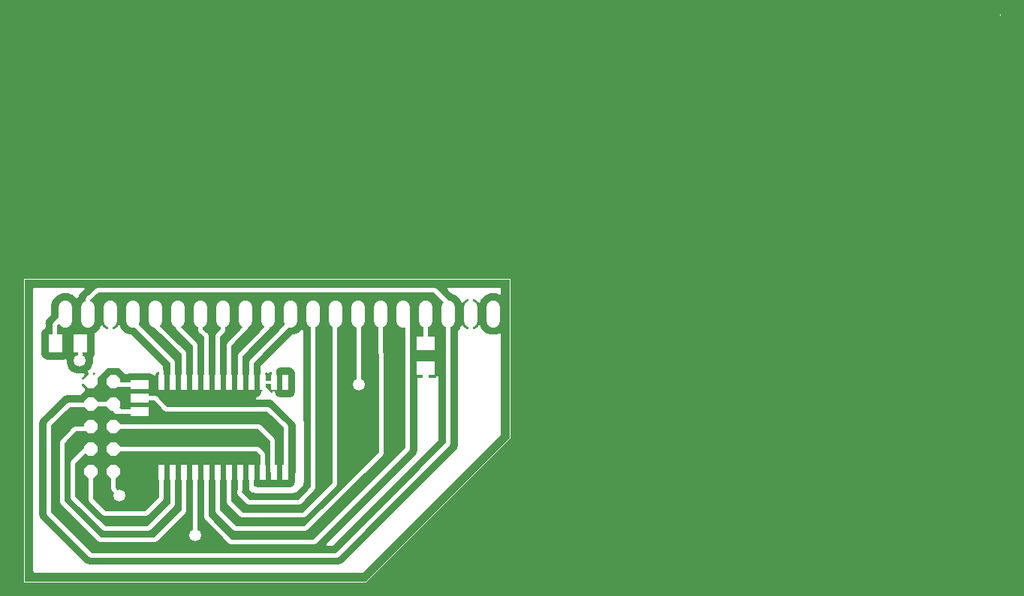
<source format=gbr>
G04 EAGLE Gerber RS-274X export*
G75*
%MOMM*%
%FSLAX34Y34*%
%LPD*%
%INTop Copper*%
%IPNEG*%
%AMOC8*
5,1,8,0,0,1.08239X$1,22.5*%
G01*
%ADD10C,0.000000*%
%ADD11R,1.600000X2.000000*%
%ADD12R,0.700000X1.800000*%
%ADD13C,1.524000*%
%ADD14P,1.649562X8X112.500000*%
%ADD15R,2.000000X1.600000*%
%ADD16R,2.000000X1.000000*%
%ADD17C,0.508000*%
%ADD18C,1.350000*%

G36*
X380286Y10175D02*
X380286Y10175D01*
X380412Y10182D01*
X380459Y10195D01*
X380507Y10201D01*
X380626Y10243D01*
X380747Y10278D01*
X380789Y10302D01*
X380835Y10318D01*
X380941Y10387D01*
X381051Y10448D01*
X381097Y10488D01*
X381127Y10507D01*
X381161Y10542D01*
X381237Y10607D01*
X536893Y166263D01*
X536972Y166362D01*
X537056Y166455D01*
X537080Y166498D01*
X537110Y166536D01*
X537164Y166650D01*
X537225Y166760D01*
X537238Y166807D01*
X537259Y166851D01*
X537285Y166974D01*
X537320Y167096D01*
X537325Y167157D01*
X537332Y167191D01*
X537331Y167239D01*
X537339Y167340D01*
X537339Y279091D01*
X537322Y279240D01*
X537310Y279390D01*
X537302Y279413D01*
X537299Y279437D01*
X537249Y279579D01*
X537203Y279722D01*
X537190Y279743D01*
X537182Y279765D01*
X537100Y279892D01*
X537023Y280021D01*
X537006Y280038D01*
X536993Y280058D01*
X536884Y280163D01*
X536780Y280270D01*
X536760Y280283D01*
X536742Y280300D01*
X536613Y280378D01*
X536487Y280459D01*
X536464Y280467D01*
X536443Y280479D01*
X536300Y280525D01*
X536158Y280575D01*
X536134Y280578D01*
X536111Y280585D01*
X535962Y280597D01*
X535812Y280614D01*
X535788Y280611D01*
X535764Y280613D01*
X535615Y280591D01*
X535466Y280574D01*
X535438Y280565D01*
X535419Y280562D01*
X535375Y280544D01*
X535233Y280498D01*
X531933Y279131D01*
X525667Y279131D01*
X519879Y281529D01*
X515449Y285959D01*
X514322Y288680D01*
X514275Y288764D01*
X514238Y288852D01*
X514191Y288916D01*
X514152Y288985D01*
X514088Y289056D01*
X514032Y289133D01*
X513971Y289184D01*
X513918Y289243D01*
X513840Y289298D01*
X513767Y289360D01*
X513697Y289396D01*
X513632Y289441D01*
X513543Y289476D01*
X513458Y289520D01*
X513381Y289540D01*
X513307Y289569D01*
X513213Y289583D01*
X513120Y289607D01*
X513041Y289608D01*
X512963Y289620D01*
X512867Y289612D01*
X512772Y289614D01*
X512694Y289598D01*
X512615Y289591D01*
X512524Y289562D01*
X512431Y289542D01*
X512359Y289508D01*
X512284Y289484D01*
X512202Y289435D01*
X512115Y289394D01*
X512053Y289345D01*
X511985Y289304D01*
X511916Y289238D01*
X511841Y289178D01*
X511770Y289096D01*
X511735Y289061D01*
X511717Y289034D01*
X511682Y288993D01*
X511150Y288261D01*
X510019Y287130D01*
X508725Y286190D01*
X507300Y285464D01*
X505939Y285021D01*
X505939Y301484D01*
X505936Y301510D01*
X505938Y301536D01*
X505916Y301683D01*
X505899Y301830D01*
X505891Y301855D01*
X505887Y301881D01*
X505832Y302018D01*
X505782Y302158D01*
X505768Y302180D01*
X505758Y302205D01*
X505673Y302326D01*
X505593Y302451D01*
X505574Y302469D01*
X505559Y302491D01*
X505543Y302505D01*
X505625Y302590D01*
X505639Y302613D01*
X505656Y302632D01*
X505728Y302762D01*
X505804Y302889D01*
X505812Y302914D01*
X505825Y302937D01*
X505865Y303080D01*
X505910Y303221D01*
X505912Y303247D01*
X505920Y303272D01*
X505939Y303516D01*
X505939Y319979D01*
X507300Y319536D01*
X508725Y318810D01*
X510019Y317870D01*
X511150Y316739D01*
X511682Y316007D01*
X511747Y315937D01*
X511804Y315860D01*
X511864Y315809D01*
X511918Y315751D01*
X511997Y315697D01*
X512070Y315635D01*
X512140Y315599D01*
X512206Y315554D01*
X512295Y315520D01*
X512380Y315476D01*
X512457Y315457D01*
X512531Y315428D01*
X512625Y315415D01*
X512718Y315392D01*
X512797Y315391D01*
X512876Y315380D01*
X512971Y315388D01*
X513067Y315387D01*
X513144Y315404D01*
X513223Y315411D01*
X513314Y315441D01*
X513407Y315461D01*
X513479Y315495D01*
X513554Y315520D01*
X513636Y315570D01*
X513722Y315611D01*
X513784Y315660D01*
X513851Y315702D01*
X513920Y315769D01*
X513994Y315828D01*
X514043Y315891D01*
X514100Y315946D01*
X514151Y316027D01*
X514210Y316102D01*
X514260Y316199D01*
X514286Y316241D01*
X514297Y316271D01*
X514322Y316320D01*
X515449Y319041D01*
X519879Y323471D01*
X525667Y325869D01*
X531933Y325869D01*
X535233Y324502D01*
X535378Y324460D01*
X535521Y324415D01*
X535545Y324413D01*
X535568Y324406D01*
X535719Y324399D01*
X535868Y324387D01*
X535892Y324390D01*
X535916Y324389D01*
X536064Y324416D01*
X536213Y324438D01*
X536235Y324447D01*
X536259Y324452D01*
X536397Y324512D01*
X536537Y324567D01*
X536557Y324581D01*
X536579Y324590D01*
X536700Y324680D01*
X536823Y324766D01*
X536839Y324784D01*
X536859Y324798D01*
X536956Y324913D01*
X537056Y325025D01*
X537068Y325046D01*
X537084Y325064D01*
X537152Y325198D01*
X537225Y325330D01*
X537231Y325353D01*
X537242Y325375D01*
X537279Y325520D01*
X537320Y325665D01*
X537322Y325694D01*
X537327Y325713D01*
X537327Y325760D01*
X537339Y325909D01*
X537339Y330816D01*
X537336Y330842D01*
X537338Y330868D01*
X537316Y331015D01*
X537299Y331162D01*
X537291Y331187D01*
X537287Y331213D01*
X537232Y331351D01*
X537182Y331490D01*
X537168Y331512D01*
X537158Y331537D01*
X537073Y331658D01*
X536993Y331783D01*
X536974Y331801D01*
X536959Y331823D01*
X536849Y331922D01*
X536742Y332025D01*
X536720Y332039D01*
X536700Y332056D01*
X536570Y332128D01*
X536443Y332204D01*
X536418Y332212D01*
X536395Y332225D01*
X536252Y332265D01*
X536111Y332310D01*
X536085Y332312D01*
X536060Y332320D01*
X535816Y332339D01*
X478726Y332339D01*
X478626Y332328D01*
X478526Y332326D01*
X478454Y332308D01*
X478380Y332299D01*
X478285Y332266D01*
X478188Y332241D01*
X478122Y332207D01*
X478052Y332182D01*
X477967Y332127D01*
X477878Y332081D01*
X477821Y332033D01*
X477759Y331993D01*
X477689Y331921D01*
X477613Y331856D01*
X477568Y331796D01*
X477517Y331742D01*
X477465Y331656D01*
X477405Y331575D01*
X477376Y331507D01*
X477338Y331443D01*
X477307Y331347D01*
X477267Y331255D01*
X477254Y331182D01*
X477232Y331111D01*
X477224Y331011D01*
X477206Y330912D01*
X477210Y330838D01*
X477204Y330764D01*
X477219Y330664D01*
X477224Y330564D01*
X477244Y330493D01*
X477255Y330419D01*
X477292Y330326D01*
X477320Y330229D01*
X477357Y330164D01*
X477384Y330095D01*
X477441Y330013D01*
X477490Y329925D01*
X477556Y329849D01*
X477583Y329809D01*
X477609Y329785D01*
X477649Y329739D01*
X481578Y325810D01*
X481580Y325808D01*
X481581Y325807D01*
X481718Y325699D01*
X481851Y325593D01*
X481853Y325592D01*
X481855Y325591D01*
X482072Y325479D01*
X486921Y323471D01*
X491351Y319041D01*
X492478Y316320D01*
X492525Y316236D01*
X492562Y316148D01*
X492609Y316084D01*
X492648Y316015D01*
X492712Y315944D01*
X492768Y315867D01*
X492829Y315816D01*
X492882Y315757D01*
X492960Y315702D01*
X493033Y315640D01*
X493103Y315604D01*
X493168Y315559D01*
X493257Y315524D01*
X493342Y315479D01*
X493419Y315460D01*
X493493Y315431D01*
X493587Y315417D01*
X493680Y315393D01*
X493759Y315392D01*
X493837Y315380D01*
X493933Y315388D01*
X494028Y315386D01*
X494106Y315402D01*
X494185Y315409D01*
X494276Y315438D01*
X494369Y315458D01*
X494441Y315492D01*
X494516Y315516D01*
X494598Y315565D01*
X494685Y315606D01*
X494747Y315655D01*
X494815Y315696D01*
X494884Y315762D01*
X494959Y315822D01*
X495030Y315904D01*
X495065Y315939D01*
X495083Y315966D01*
X495118Y316007D01*
X495650Y316739D01*
X496781Y317870D01*
X498075Y318810D01*
X499500Y319536D01*
X500861Y319979D01*
X500861Y303516D01*
X500864Y303490D01*
X500862Y303464D01*
X500884Y303317D01*
X500901Y303170D01*
X500909Y303145D01*
X500913Y303119D01*
X500968Y302982D01*
X501018Y302842D01*
X501032Y302820D01*
X501042Y302795D01*
X501127Y302674D01*
X501207Y302549D01*
X501226Y302531D01*
X501241Y302509D01*
X501257Y302495D01*
X501175Y302410D01*
X501161Y302387D01*
X501144Y302368D01*
X501072Y302238D01*
X500996Y302111D01*
X500988Y302086D01*
X500975Y302063D01*
X500935Y301920D01*
X500890Y301779D01*
X500887Y301753D01*
X500880Y301728D01*
X500861Y301484D01*
X500861Y285021D01*
X499500Y285464D01*
X498075Y286190D01*
X496781Y287130D01*
X495650Y288261D01*
X495118Y288993D01*
X495053Y289063D01*
X494996Y289140D01*
X494936Y289191D01*
X494882Y289249D01*
X494803Y289303D01*
X494730Y289365D01*
X494660Y289401D01*
X494594Y289446D01*
X494505Y289480D01*
X494420Y289524D01*
X494343Y289543D01*
X494269Y289572D01*
X494175Y289585D01*
X494082Y289608D01*
X494003Y289609D01*
X493924Y289620D01*
X493829Y289612D01*
X493733Y289613D01*
X493656Y289596D01*
X493577Y289589D01*
X493486Y289559D01*
X493393Y289539D01*
X493321Y289505D01*
X493246Y289480D01*
X493164Y289430D01*
X493078Y289389D01*
X493016Y289340D01*
X492949Y289298D01*
X492880Y289231D01*
X492806Y289172D01*
X492757Y289110D01*
X492700Y289054D01*
X492649Y288973D01*
X492590Y288898D01*
X492540Y288801D01*
X492514Y288760D01*
X492503Y288729D01*
X492478Y288680D01*
X491351Y285959D01*
X489115Y283723D01*
X489036Y283624D01*
X488952Y283530D01*
X488928Y283488D01*
X488898Y283450D01*
X488844Y283336D01*
X488783Y283225D01*
X488770Y283178D01*
X488749Y283135D01*
X488723Y283011D01*
X488688Y282889D01*
X488683Y282829D01*
X488676Y282794D01*
X488677Y282746D01*
X488669Y282646D01*
X488669Y153378D01*
X487044Y149457D01*
X358543Y20956D01*
X354622Y19331D01*
X72878Y19331D01*
X68957Y20956D01*
X18456Y71457D01*
X16831Y75378D01*
X16831Y179622D01*
X18456Y183543D01*
X43957Y209044D01*
X47878Y210669D01*
X62166Y210669D01*
X62291Y210683D01*
X62417Y210690D01*
X62464Y210703D01*
X62512Y210709D01*
X62631Y210751D01*
X62752Y210786D01*
X62794Y210810D01*
X62840Y210826D01*
X62946Y210895D01*
X63057Y210956D01*
X63103Y210996D01*
X63133Y211015D01*
X63166Y211050D01*
X63243Y211115D01*
X68102Y215974D01*
X68118Y215995D01*
X68138Y216012D01*
X68227Y216131D01*
X68319Y216247D01*
X68330Y216271D01*
X68346Y216292D01*
X68404Y216428D01*
X68468Y216562D01*
X68473Y216588D01*
X68484Y216612D01*
X68510Y216758D01*
X68541Y216903D01*
X68541Y216929D01*
X68545Y216955D01*
X68538Y217104D01*
X68535Y217251D01*
X68529Y217277D01*
X68527Y217303D01*
X68486Y217445D01*
X68450Y217589D01*
X68438Y217613D01*
X68431Y217638D01*
X68358Y217767D01*
X68290Y217899D01*
X68273Y217919D01*
X68261Y217942D01*
X68102Y218128D01*
X64639Y221591D01*
X64639Y223261D01*
X73784Y223261D01*
X73810Y223264D01*
X73836Y223262D01*
X73983Y223284D01*
X74130Y223301D01*
X74155Y223309D01*
X74181Y223313D01*
X74318Y223368D01*
X74458Y223418D01*
X74480Y223432D01*
X74505Y223442D01*
X74626Y223527D01*
X74751Y223607D01*
X74769Y223626D01*
X74791Y223641D01*
X74890Y223751D01*
X74993Y223858D01*
X75007Y223880D01*
X75024Y223900D01*
X75096Y224030D01*
X75172Y224157D01*
X75180Y224182D01*
X75193Y224205D01*
X75233Y224348D01*
X75278Y224489D01*
X75280Y224515D01*
X75287Y224540D01*
X75307Y224784D01*
X75307Y225293D01*
X75816Y225293D01*
X75842Y225296D01*
X75868Y225294D01*
X76015Y225316D01*
X76162Y225333D01*
X76187Y225342D01*
X76213Y225346D01*
X76351Y225400D01*
X76490Y225450D01*
X76512Y225465D01*
X76537Y225474D01*
X76658Y225559D01*
X76783Y225639D01*
X76801Y225658D01*
X76823Y225673D01*
X76922Y225783D01*
X77025Y225890D01*
X77039Y225913D01*
X77056Y225932D01*
X77128Y226062D01*
X77204Y226189D01*
X77212Y226214D01*
X77225Y226237D01*
X77265Y226380D01*
X77310Y226521D01*
X77312Y226547D01*
X77320Y226572D01*
X77339Y226816D01*
X77339Y235961D01*
X79009Y235961D01*
X82472Y232498D01*
X82492Y232482D01*
X82509Y232462D01*
X82629Y232373D01*
X82745Y232281D01*
X82768Y232270D01*
X82789Y232254D01*
X82926Y232196D01*
X83060Y232132D01*
X83085Y232127D01*
X83109Y232116D01*
X83256Y232090D01*
X83400Y232059D01*
X83427Y232059D01*
X83452Y232055D01*
X83601Y232062D01*
X83749Y232065D01*
X83774Y232071D01*
X83801Y232073D01*
X83943Y232114D01*
X84087Y232150D01*
X84110Y232162D01*
X84135Y232169D01*
X84265Y232242D01*
X84397Y232310D01*
X84417Y232327D01*
X84440Y232339D01*
X84626Y232498D01*
X93677Y241549D01*
X106723Y241549D01*
X113605Y234667D01*
X113665Y234620D01*
X113718Y234565D01*
X113801Y234512D01*
X113878Y234451D01*
X113947Y234418D01*
X114011Y234377D01*
X114104Y234344D01*
X114193Y234302D01*
X114268Y234286D01*
X114340Y234260D01*
X114438Y234249D01*
X114534Y234228D01*
X114610Y234230D01*
X114686Y234221D01*
X114784Y234233D01*
X114882Y234234D01*
X114956Y234253D01*
X115032Y234262D01*
X115174Y234308D01*
X115220Y234319D01*
X115237Y234328D01*
X115265Y234337D01*
X118383Y235629D01*
X141617Y235629D01*
X144605Y234391D01*
X145559Y233437D01*
X145638Y233374D01*
X145710Y233305D01*
X145774Y233266D01*
X145832Y233220D01*
X145923Y233177D01*
X146009Y233126D01*
X146080Y233103D01*
X146147Y233071D01*
X146245Y233050D01*
X146341Y233020D01*
X146415Y233014D01*
X146488Y232998D01*
X146588Y233000D01*
X146688Y232992D01*
X146762Y233003D01*
X146836Y233004D01*
X146933Y233028D01*
X147033Y233043D01*
X147102Y233071D01*
X147174Y233089D01*
X147263Y233135D01*
X147357Y233172D01*
X147418Y233214D01*
X147484Y233249D01*
X147560Y233314D01*
X147643Y233371D01*
X147693Y233426D01*
X147749Y233474D01*
X147809Y233555D01*
X147876Y233630D01*
X147912Y233695D01*
X147957Y233755D01*
X147996Y233847D01*
X148045Y233935D01*
X148065Y234006D01*
X148095Y234075D01*
X148112Y234173D01*
X148140Y234270D01*
X148148Y234370D01*
X148156Y234418D01*
X148154Y234453D01*
X148159Y234514D01*
X148159Y234635D01*
X148332Y235281D01*
X148667Y235860D01*
X149140Y236333D01*
X149719Y236668D01*
X150365Y236841D01*
X152451Y236841D01*
X152451Y236765D01*
X152456Y236715D01*
X152454Y236665D01*
X152476Y236543D01*
X152491Y236419D01*
X152508Y236372D01*
X152517Y236322D01*
X152566Y236208D01*
X152608Y236091D01*
X152635Y236049D01*
X152655Y236003D01*
X152730Y235903D01*
X152797Y235798D01*
X152833Y235763D01*
X152863Y235723D01*
X152958Y235643D01*
X153048Y235556D01*
X153091Y235530D01*
X153129Y235498D01*
X153240Y235441D01*
X153347Y235377D01*
X153395Y235362D01*
X153440Y235339D01*
X153560Y235309D01*
X153679Y235271D01*
X153729Y235267D01*
X153778Y235255D01*
X153902Y235253D01*
X154026Y235243D01*
X154076Y235250D01*
X154126Y235250D01*
X154248Y235276D01*
X154371Y235295D01*
X154418Y235313D01*
X154467Y235324D01*
X154579Y235377D01*
X154695Y235423D01*
X154736Y235452D01*
X154782Y235474D01*
X154879Y235551D01*
X154981Y235622D01*
X155015Y235660D01*
X155054Y235691D01*
X155131Y235789D01*
X155214Y235881D01*
X155239Y235925D01*
X155270Y235965D01*
X155381Y236182D01*
X155833Y237274D01*
X155834Y237276D01*
X155835Y237278D01*
X155881Y237442D01*
X155907Y237531D01*
X155932Y237563D01*
X156000Y237696D01*
X156024Y237737D01*
X156030Y237755D01*
X156043Y237781D01*
X156115Y237954D01*
X156116Y237956D01*
X156117Y237958D01*
X156162Y238118D01*
X156211Y238290D01*
X156211Y238292D01*
X156212Y238294D01*
X156231Y238538D01*
X156231Y243050D01*
X156217Y243176D01*
X156210Y243302D01*
X156197Y243348D01*
X156191Y243396D01*
X156149Y243515D01*
X156114Y243637D01*
X156090Y243679D01*
X156074Y243724D01*
X156005Y243830D01*
X155944Y243941D01*
X155904Y243987D01*
X155885Y244017D01*
X155850Y244051D01*
X155785Y244127D01*
X121227Y278685D01*
X121128Y278764D01*
X121034Y278848D01*
X120992Y278872D01*
X120954Y278902D01*
X120840Y278956D01*
X120729Y279017D01*
X120683Y279030D01*
X120639Y279051D01*
X120516Y279077D01*
X120394Y279112D01*
X120333Y279117D01*
X120298Y279124D01*
X120250Y279123D01*
X120150Y279131D01*
X119267Y279131D01*
X113479Y281529D01*
X109049Y285959D01*
X107922Y288680D01*
X107875Y288764D01*
X107838Y288852D01*
X107791Y288916D01*
X107752Y288985D01*
X107688Y289056D01*
X107632Y289133D01*
X107571Y289184D01*
X107518Y289243D01*
X107440Y289298D01*
X107367Y289360D01*
X107297Y289396D01*
X107232Y289441D01*
X107143Y289476D01*
X107058Y289521D01*
X106981Y289540D01*
X106907Y289569D01*
X106813Y289583D01*
X106720Y289607D01*
X106641Y289608D01*
X106563Y289620D01*
X106467Y289612D01*
X106372Y289614D01*
X106294Y289598D01*
X106215Y289591D01*
X106124Y289562D01*
X106031Y289542D01*
X105959Y289508D01*
X105884Y289484D01*
X105802Y289435D01*
X105715Y289394D01*
X105653Y289345D01*
X105585Y289304D01*
X105516Y289238D01*
X105441Y289178D01*
X105370Y289096D01*
X105335Y289061D01*
X105317Y289034D01*
X105282Y288993D01*
X104750Y288261D01*
X103619Y287130D01*
X102325Y286190D01*
X100900Y285464D01*
X99539Y285021D01*
X99539Y301484D01*
X99536Y301510D01*
X99538Y301536D01*
X99516Y301683D01*
X99499Y301830D01*
X99491Y301855D01*
X99487Y301881D01*
X99432Y302018D01*
X99382Y302158D01*
X99368Y302180D01*
X99358Y302205D01*
X99273Y302326D01*
X99193Y302451D01*
X99174Y302469D01*
X99159Y302491D01*
X99049Y302590D01*
X98942Y302693D01*
X98920Y302707D01*
X98900Y302724D01*
X98770Y302796D01*
X98643Y302872D01*
X98618Y302880D01*
X98595Y302893D01*
X98452Y302933D01*
X98311Y302978D01*
X98285Y302980D01*
X98260Y302987D01*
X98016Y303007D01*
X95984Y303007D01*
X95958Y303004D01*
X95932Y303006D01*
X95785Y302984D01*
X95638Y302967D01*
X95613Y302958D01*
X95587Y302954D01*
X95449Y302900D01*
X95310Y302850D01*
X95288Y302835D01*
X95263Y302826D01*
X95142Y302741D01*
X95017Y302661D01*
X94999Y302642D01*
X94977Y302627D01*
X94878Y302517D01*
X94775Y302410D01*
X94761Y302387D01*
X94744Y302368D01*
X94672Y302238D01*
X94596Y302111D01*
X94588Y302086D01*
X94575Y302063D01*
X94535Y301920D01*
X94490Y301779D01*
X94487Y301753D01*
X94480Y301728D01*
X94461Y301484D01*
X94461Y285021D01*
X93100Y285464D01*
X91675Y286190D01*
X90381Y287130D01*
X89250Y288261D01*
X88718Y288993D01*
X88653Y289063D01*
X88596Y289140D01*
X88536Y289191D01*
X88482Y289249D01*
X88403Y289303D01*
X88330Y289365D01*
X88260Y289401D01*
X88194Y289446D01*
X88105Y289480D01*
X88020Y289524D01*
X87943Y289543D01*
X87869Y289572D01*
X87775Y289585D01*
X87682Y289608D01*
X87603Y289609D01*
X87524Y289620D01*
X87429Y289612D01*
X87333Y289613D01*
X87256Y289596D01*
X87177Y289589D01*
X87086Y289559D01*
X86993Y289539D01*
X86921Y289505D01*
X86846Y289480D01*
X86764Y289430D01*
X86678Y289389D01*
X86616Y289340D01*
X86549Y289298D01*
X86480Y289231D01*
X86406Y289172D01*
X86357Y289109D01*
X86300Y289054D01*
X86249Y288973D01*
X86190Y288898D01*
X86140Y288801D01*
X86114Y288759D01*
X86103Y288729D01*
X86078Y288680D01*
X84951Y285959D01*
X80521Y281529D01*
X80169Y281383D01*
X80102Y281346D01*
X80031Y281318D01*
X79951Y281262D01*
X79864Y281214D01*
X79808Y281162D01*
X79745Y281119D01*
X79679Y281046D01*
X79606Y280980D01*
X79563Y280917D01*
X79512Y280860D01*
X79464Y280774D01*
X79408Y280693D01*
X79380Y280622D01*
X79343Y280555D01*
X79316Y280460D01*
X79280Y280369D01*
X79269Y280293D01*
X79248Y280220D01*
X79236Y280071D01*
X79229Y280024D01*
X79231Y280005D01*
X79229Y279976D01*
X79229Y257283D01*
X77991Y254295D01*
X77825Y254129D01*
X77746Y254030D01*
X77662Y253936D01*
X77638Y253894D01*
X77608Y253856D01*
X77554Y253742D01*
X77493Y253631D01*
X77480Y253585D01*
X77459Y253541D01*
X77433Y253418D01*
X77398Y253296D01*
X77393Y253235D01*
X77386Y253200D01*
X77387Y253152D01*
X77379Y253052D01*
X77379Y247040D01*
X75114Y241572D01*
X72103Y238561D01*
X72040Y238482D01*
X71971Y238410D01*
X71932Y238346D01*
X71886Y238288D01*
X71843Y238197D01*
X71792Y238111D01*
X71769Y238040D01*
X71737Y237973D01*
X71716Y237875D01*
X71685Y237779D01*
X71680Y237705D01*
X71664Y237632D01*
X71666Y237532D01*
X71658Y237432D01*
X71669Y237358D01*
X71670Y237284D01*
X71694Y237187D01*
X71709Y237087D01*
X71737Y237018D01*
X71755Y236946D01*
X71801Y236857D01*
X71838Y236763D01*
X71880Y236702D01*
X71914Y236636D01*
X71980Y236560D01*
X72037Y236477D01*
X72092Y236427D01*
X72140Y236371D01*
X72221Y236311D01*
X72261Y236275D01*
X72261Y228339D01*
X64639Y228339D01*
X64639Y230009D01*
X67372Y232741D01*
X67403Y232781D01*
X67441Y232815D01*
X67511Y232917D01*
X67589Y233014D01*
X67610Y233060D01*
X67639Y233101D01*
X67684Y233217D01*
X67738Y233330D01*
X67748Y233379D01*
X67767Y233426D01*
X67785Y233549D01*
X67811Y233670D01*
X67810Y233720D01*
X67817Y233770D01*
X67807Y233895D01*
X67805Y234019D01*
X67793Y234067D01*
X67788Y234118D01*
X67750Y234236D01*
X67720Y234357D01*
X67697Y234401D01*
X67681Y234449D01*
X67617Y234556D01*
X67560Y234666D01*
X67528Y234705D01*
X67502Y234748D01*
X67415Y234837D01*
X67334Y234932D01*
X67294Y234962D01*
X67259Y234998D01*
X67154Y235065D01*
X67054Y235139D01*
X67008Y235159D01*
X66966Y235186D01*
X66848Y235228D01*
X66734Y235277D01*
X66685Y235286D01*
X66637Y235303D01*
X66514Y235317D01*
X66391Y235339D01*
X66341Y235336D01*
X66291Y235342D01*
X66167Y235327D01*
X66043Y235321D01*
X65995Y235307D01*
X65945Y235301D01*
X65712Y235226D01*
X65708Y235224D01*
X65460Y235121D01*
X59540Y235121D01*
X54072Y237386D01*
X49886Y241572D01*
X47621Y247040D01*
X47621Y249695D01*
X47604Y249844D01*
X47592Y249994D01*
X47584Y250017D01*
X47581Y250041D01*
X47531Y250183D01*
X47484Y250325D01*
X47472Y250346D01*
X47464Y250369D01*
X47382Y250495D01*
X47305Y250624D01*
X47288Y250641D01*
X47275Y250662D01*
X47167Y250766D01*
X47062Y250874D01*
X47042Y250887D01*
X47024Y250904D01*
X46895Y250981D01*
X46769Y251062D01*
X46746Y251070D01*
X46725Y251083D01*
X46582Y251129D01*
X46440Y251179D01*
X46416Y251182D01*
X46393Y251189D01*
X46244Y251201D01*
X46094Y251218D01*
X46070Y251215D01*
X46046Y251217D01*
X45897Y251195D01*
X45748Y251177D01*
X45720Y251168D01*
X45701Y251165D01*
X45657Y251148D01*
X45515Y251102D01*
X44717Y250771D01*
X25483Y250771D01*
X22495Y252009D01*
X20209Y254295D01*
X18971Y257283D01*
X18971Y280517D01*
X20209Y283505D01*
X22495Y285791D01*
X22914Y285964D01*
X23001Y286013D01*
X23093Y286053D01*
X23153Y286097D01*
X23218Y286134D01*
X23292Y286201D01*
X23373Y286260D01*
X23421Y286318D01*
X23477Y286368D01*
X23533Y286450D01*
X23598Y286526D01*
X23632Y286593D01*
X23675Y286655D01*
X23711Y286748D01*
X23757Y286836D01*
X23775Y286909D01*
X23803Y286979D01*
X23816Y287070D01*
X23825Y287097D01*
X23826Y287113D01*
X23841Y287175D01*
X23846Y287276D01*
X23853Y287324D01*
X23850Y287359D01*
X23853Y287419D01*
X23830Y288167D01*
X23808Y288318D01*
X23790Y288470D01*
X23782Y288494D01*
X23780Y288511D01*
X23763Y288554D01*
X23756Y288575D01*
X23756Y290536D01*
X23754Y290555D01*
X23756Y290583D01*
X23694Y292561D01*
X23695Y292564D01*
X23737Y292711D01*
X23739Y292737D01*
X23743Y292754D01*
X23744Y292799D01*
X23746Y292821D01*
X24496Y294633D01*
X24501Y294651D01*
X24513Y294677D01*
X25214Y296528D01*
X25215Y296530D01*
X25310Y296650D01*
X25322Y296673D01*
X25332Y296687D01*
X25350Y296728D01*
X25361Y296749D01*
X26748Y298136D01*
X26759Y298150D01*
X26781Y298169D01*
X28136Y299611D01*
X28138Y299613D01*
X28272Y299687D01*
X28291Y299704D01*
X28306Y299713D01*
X28339Y299744D01*
X28458Y299846D01*
X30005Y301393D01*
X30084Y301492D01*
X30168Y301586D01*
X30192Y301628D01*
X30222Y301666D01*
X30276Y301780D01*
X30337Y301891D01*
X30350Y301937D01*
X30371Y301981D01*
X30397Y302105D01*
X30432Y302226D01*
X30437Y302287D01*
X30444Y302322D01*
X30443Y302370D01*
X30451Y302470D01*
X30451Y313253D01*
X32849Y319041D01*
X37279Y323471D01*
X43067Y325869D01*
X49333Y325869D01*
X55121Y323471D01*
X57823Y320769D01*
X57843Y320753D01*
X57860Y320733D01*
X57980Y320645D01*
X58096Y320553D01*
X58120Y320541D01*
X58141Y320526D01*
X58277Y320467D01*
X58411Y320404D01*
X58437Y320398D01*
X58461Y320388D01*
X58607Y320361D01*
X58752Y320330D01*
X58778Y320331D01*
X58804Y320326D01*
X58952Y320334D01*
X59100Y320336D01*
X59126Y320343D01*
X59152Y320344D01*
X59294Y320385D01*
X59438Y320421D01*
X59461Y320433D01*
X59487Y320441D01*
X59616Y320513D01*
X59748Y320581D01*
X59768Y320598D01*
X59791Y320611D01*
X59977Y320769D01*
X61213Y322005D01*
X61214Y322007D01*
X61216Y322008D01*
X61322Y322143D01*
X61429Y322278D01*
X61430Y322280D01*
X61432Y322281D01*
X61543Y322499D01*
X62556Y324943D01*
X67351Y329739D01*
X67413Y329817D01*
X67483Y329890D01*
X67522Y329954D01*
X67568Y330012D01*
X67611Y330103D01*
X67662Y330189D01*
X67685Y330260D01*
X67717Y330327D01*
X67738Y330425D01*
X67768Y330521D01*
X67774Y330595D01*
X67790Y330668D01*
X67788Y330768D01*
X67796Y330868D01*
X67785Y330942D01*
X67784Y331016D01*
X67760Y331113D01*
X67745Y331213D01*
X67717Y331282D01*
X67699Y331354D01*
X67653Y331444D01*
X67616Y331537D01*
X67574Y331598D01*
X67539Y331664D01*
X67474Y331741D01*
X67417Y331823D01*
X67362Y331873D01*
X67314Y331929D01*
X67233Y331989D01*
X67158Y332056D01*
X67093Y332092D01*
X67033Y332137D01*
X66941Y332176D01*
X66853Y332225D01*
X66782Y332245D01*
X66713Y332275D01*
X66614Y332292D01*
X66518Y332320D01*
X66418Y332328D01*
X66370Y332336D01*
X66335Y332334D01*
X66274Y332339D01*
X11684Y332339D01*
X11658Y332336D01*
X11632Y332338D01*
X11485Y332316D01*
X11338Y332299D01*
X11313Y332291D01*
X11287Y332287D01*
X11149Y332232D01*
X11010Y332182D01*
X10988Y332168D01*
X10963Y332158D01*
X10842Y332073D01*
X10717Y331993D01*
X10699Y331974D01*
X10677Y331959D01*
X10578Y331849D01*
X10475Y331742D01*
X10461Y331720D01*
X10444Y331700D01*
X10372Y331570D01*
X10296Y331443D01*
X10288Y331418D01*
X10275Y331395D01*
X10235Y331252D01*
X10190Y331111D01*
X10188Y331085D01*
X10180Y331060D01*
X10161Y330816D01*
X10161Y11684D01*
X10164Y11658D01*
X10162Y11632D01*
X10184Y11485D01*
X10201Y11338D01*
X10209Y11313D01*
X10213Y11287D01*
X10268Y11149D01*
X10318Y11010D01*
X10332Y10988D01*
X10342Y10963D01*
X10427Y10842D01*
X10507Y10717D01*
X10526Y10699D01*
X10541Y10677D01*
X10651Y10578D01*
X10758Y10475D01*
X10780Y10461D01*
X10800Y10444D01*
X10930Y10372D01*
X11057Y10296D01*
X11082Y10288D01*
X11105Y10275D01*
X11248Y10235D01*
X11389Y10190D01*
X11415Y10188D01*
X11440Y10180D01*
X11684Y10161D01*
X380160Y10161D01*
X380286Y10175D01*
G37*
G36*
X305076Y100683D02*
X305076Y100683D01*
X305202Y100690D01*
X305248Y100703D01*
X305296Y100709D01*
X305415Y100751D01*
X305537Y100786D01*
X305579Y100810D01*
X305624Y100826D01*
X305730Y100895D01*
X305841Y100956D01*
X305887Y100996D01*
X305917Y101015D01*
X305951Y101050D01*
X306027Y101115D01*
X314485Y109573D01*
X314564Y109672D01*
X314648Y109766D01*
X314672Y109808D01*
X314702Y109846D01*
X314756Y109960D01*
X314817Y110071D01*
X314830Y110117D01*
X314851Y110161D01*
X314877Y110284D01*
X314912Y110406D01*
X314917Y110467D01*
X314924Y110502D01*
X314923Y110550D01*
X314931Y110650D01*
X314931Y282646D01*
X314917Y282771D01*
X314910Y282897D01*
X314897Y282944D01*
X314891Y282992D01*
X314849Y283111D01*
X314814Y283232D01*
X314790Y283274D01*
X314774Y283320D01*
X314705Y283426D01*
X314644Y283536D01*
X314604Y283583D01*
X314585Y283613D01*
X314550Y283646D01*
X314485Y283723D01*
X313977Y284231D01*
X313957Y284247D01*
X313940Y284267D01*
X313820Y284356D01*
X313704Y284447D01*
X313680Y284459D01*
X313659Y284474D01*
X313523Y284533D01*
X313389Y284596D01*
X313363Y284602D01*
X313339Y284612D01*
X313193Y284639D01*
X313048Y284670D01*
X313022Y284669D01*
X312996Y284674D01*
X312848Y284666D01*
X312700Y284664D01*
X312674Y284657D01*
X312648Y284656D01*
X312506Y284615D01*
X312362Y284579D01*
X312339Y284567D01*
X312313Y284559D01*
X312184Y284487D01*
X312052Y284419D01*
X312032Y284402D01*
X312009Y284389D01*
X311823Y284231D01*
X309121Y281529D01*
X303333Y279131D01*
X302350Y279131D01*
X302224Y279117D01*
X302098Y279110D01*
X302052Y279097D01*
X302004Y279091D01*
X301885Y279049D01*
X301763Y279014D01*
X301721Y278990D01*
X301676Y278974D01*
X301570Y278905D01*
X301459Y278844D01*
X301413Y278804D01*
X301383Y278785D01*
X301349Y278750D01*
X301273Y278685D01*
X266915Y244327D01*
X266836Y244228D01*
X266752Y244134D01*
X266728Y244092D01*
X266698Y244054D01*
X266644Y243940D01*
X266583Y243829D01*
X266570Y243783D01*
X266549Y243739D01*
X266523Y243616D01*
X266488Y243494D01*
X266483Y243433D01*
X266476Y243398D01*
X266477Y243350D01*
X266469Y243250D01*
X266469Y238538D01*
X266469Y238536D01*
X266469Y238533D01*
X266490Y238353D01*
X266509Y238191D01*
X266509Y238189D01*
X266510Y238187D01*
X266585Y237955D01*
X266657Y237781D01*
X266694Y237714D01*
X266722Y237643D01*
X266778Y237563D01*
X266786Y237548D01*
X266791Y237511D01*
X266791Y237509D01*
X266791Y237507D01*
X266867Y237274D01*
X267319Y236182D01*
X267343Y236138D01*
X267360Y236091D01*
X267428Y235987D01*
X267488Y235878D01*
X267522Y235841D01*
X267549Y235798D01*
X267639Y235712D01*
X267722Y235620D01*
X267764Y235591D01*
X267800Y235556D01*
X267907Y235492D01*
X268009Y235422D01*
X268056Y235403D01*
X268099Y235377D01*
X268217Y235339D01*
X268333Y235294D01*
X268383Y235286D01*
X268431Y235271D01*
X268555Y235261D01*
X268678Y235243D01*
X268728Y235247D01*
X268778Y235243D01*
X268901Y235261D01*
X269025Y235272D01*
X269073Y235287D01*
X269123Y235295D01*
X269238Y235341D01*
X269357Y235379D01*
X269400Y235405D01*
X269447Y235423D01*
X269549Y235494D01*
X269655Y235559D01*
X269692Y235594D01*
X269733Y235622D01*
X269816Y235715D01*
X269905Y235801D01*
X269933Y235844D01*
X269966Y235881D01*
X270026Y235990D01*
X270094Y236095D01*
X270111Y236142D01*
X270135Y236186D01*
X270169Y236306D01*
X270210Y236423D01*
X270216Y236473D01*
X270230Y236522D01*
X270249Y236765D01*
X270249Y236841D01*
X272335Y236841D01*
X272981Y236668D01*
X273560Y236333D01*
X273773Y236120D01*
X273793Y236104D01*
X273811Y236084D01*
X273930Y235996D01*
X274046Y235904D01*
X274070Y235892D01*
X274091Y235877D01*
X274227Y235818D01*
X274361Y235755D01*
X274387Y235749D01*
X274411Y235739D01*
X274557Y235712D01*
X274702Y235681D01*
X274728Y235682D01*
X274754Y235677D01*
X274902Y235685D01*
X275050Y235687D01*
X275076Y235694D01*
X275102Y235695D01*
X275244Y235736D01*
X275388Y235772D01*
X275412Y235784D01*
X275437Y235792D01*
X275566Y235864D01*
X275698Y235932D01*
X275718Y235949D01*
X275741Y235962D01*
X275927Y236120D01*
X276140Y236333D01*
X276719Y236668D01*
X277365Y236841D01*
X279451Y236841D01*
X279451Y236765D01*
X279456Y236715D01*
X279454Y236665D01*
X279476Y236543D01*
X279491Y236419D01*
X279508Y236372D01*
X279517Y236322D01*
X279566Y236208D01*
X279608Y236091D01*
X279635Y236049D01*
X279655Y236002D01*
X279730Y235903D01*
X279797Y235798D01*
X279833Y235763D01*
X279863Y235723D01*
X279958Y235642D01*
X280048Y235556D01*
X280091Y235530D01*
X280129Y235498D01*
X280240Y235441D01*
X280347Y235377D01*
X280395Y235362D01*
X280440Y235339D01*
X280560Y235309D01*
X280679Y235271D01*
X280729Y235267D01*
X280778Y235255D01*
X280902Y235253D01*
X281026Y235243D01*
X281076Y235250D01*
X281126Y235250D01*
X281248Y235276D01*
X281371Y235295D01*
X281418Y235313D01*
X281467Y235324D01*
X281579Y235377D01*
X281695Y235423D01*
X281736Y235452D01*
X281782Y235474D01*
X281879Y235551D01*
X281981Y235622D01*
X282014Y235660D01*
X282054Y235691D01*
X282131Y235789D01*
X282214Y235881D01*
X282239Y235925D01*
X282270Y235965D01*
X282381Y236182D01*
X282833Y237274D01*
X282834Y237276D01*
X282835Y237278D01*
X282881Y237442D01*
X282907Y237531D01*
X282932Y237563D01*
X283000Y237696D01*
X283024Y237737D01*
X283030Y237755D01*
X283043Y237781D01*
X283509Y238905D01*
X285795Y241191D01*
X288783Y242429D01*
X299017Y242429D01*
X302005Y241191D01*
X304291Y238905D01*
X305529Y235917D01*
X305529Y214683D01*
X304291Y211695D01*
X302005Y209409D01*
X299017Y208171D01*
X288783Y208171D01*
X285795Y209409D01*
X283509Y211695D01*
X283043Y212819D01*
X283006Y212886D01*
X282978Y212957D01*
X282922Y213038D01*
X282914Y213052D01*
X282909Y213089D01*
X282909Y213091D01*
X282908Y213093D01*
X282895Y213136D01*
X282893Y213150D01*
X282880Y213182D01*
X282833Y213326D01*
X282381Y214418D01*
X282357Y214462D01*
X282340Y214509D01*
X282272Y214613D01*
X282212Y214722D01*
X282178Y214760D01*
X282151Y214802D01*
X282061Y214888D01*
X281978Y214980D01*
X281936Y215009D01*
X281900Y215044D01*
X281793Y215108D01*
X281691Y215179D01*
X281644Y215197D01*
X281601Y215223D01*
X281483Y215261D01*
X281367Y215306D01*
X281317Y215314D01*
X281269Y215329D01*
X281145Y215339D01*
X281022Y215357D01*
X280972Y215353D01*
X280922Y215357D01*
X280799Y215339D01*
X280675Y215328D01*
X280627Y215313D01*
X280577Y215305D01*
X280461Y215259D01*
X280343Y215221D01*
X280300Y215195D01*
X280253Y215177D01*
X280151Y215106D01*
X280045Y215042D01*
X280008Y215006D01*
X279967Y214978D01*
X279884Y214885D01*
X279795Y214799D01*
X279767Y214756D01*
X279734Y214719D01*
X279673Y214610D01*
X279606Y214505D01*
X279589Y214458D01*
X279565Y214414D01*
X279531Y214294D01*
X279490Y214177D01*
X279484Y214127D01*
X279470Y214078D01*
X279451Y213835D01*
X279451Y213759D01*
X277365Y213759D01*
X276719Y213932D01*
X276140Y214267D01*
X275927Y214480D01*
X275907Y214496D01*
X275890Y214516D01*
X275770Y214604D01*
X275654Y214696D01*
X275630Y214708D01*
X275609Y214723D01*
X275473Y214782D01*
X275339Y214845D01*
X275313Y214851D01*
X275289Y214861D01*
X275143Y214887D01*
X274998Y214919D01*
X274972Y214918D01*
X274946Y214923D01*
X274798Y214915D01*
X274650Y214913D01*
X274624Y214906D01*
X274598Y214905D01*
X274456Y214864D01*
X274312Y214828D01*
X274289Y214816D01*
X274263Y214808D01*
X274134Y214736D01*
X274002Y214668D01*
X273982Y214651D01*
X273959Y214638D01*
X273773Y214480D01*
X273560Y214267D01*
X272981Y213932D01*
X272335Y213759D01*
X270249Y213759D01*
X270249Y213835D01*
X270244Y213885D01*
X270246Y213935D01*
X270224Y214057D01*
X270209Y214181D01*
X270192Y214228D01*
X270183Y214278D01*
X270134Y214392D01*
X270092Y214509D01*
X270065Y214551D01*
X270045Y214597D01*
X269970Y214697D01*
X269903Y214802D01*
X269867Y214837D01*
X269837Y214877D01*
X269742Y214957D01*
X269652Y215044D01*
X269609Y215070D01*
X269571Y215102D01*
X269460Y215159D01*
X269353Y215223D01*
X269305Y215238D01*
X269260Y215261D01*
X269140Y215291D01*
X269021Y215329D01*
X268971Y215333D01*
X268922Y215345D01*
X268798Y215347D01*
X268674Y215357D01*
X268624Y215350D01*
X268574Y215350D01*
X268452Y215324D01*
X268329Y215305D01*
X268282Y215287D01*
X268233Y215276D01*
X268121Y215222D01*
X268005Y215177D01*
X267964Y215148D01*
X267918Y215126D01*
X267821Y215049D01*
X267719Y214978D01*
X267685Y214940D01*
X267646Y214909D01*
X267569Y214811D01*
X267486Y214719D01*
X267461Y214675D01*
X267430Y214635D01*
X267319Y214418D01*
X266867Y213326D01*
X266866Y213324D01*
X266865Y213322D01*
X266818Y213157D01*
X266818Y213155D01*
X266788Y213062D01*
X266768Y213037D01*
X266700Y212904D01*
X266676Y212863D01*
X266670Y212845D01*
X266657Y212819D01*
X266191Y211695D01*
X263905Y209409D01*
X261950Y208599D01*
X261906Y208575D01*
X261859Y208558D01*
X261754Y208490D01*
X261646Y208430D01*
X261608Y208396D01*
X261566Y208369D01*
X261480Y208279D01*
X261387Y208196D01*
X261359Y208154D01*
X261324Y208118D01*
X261260Y208011D01*
X261189Y207909D01*
X261171Y207862D01*
X261145Y207819D01*
X261107Y207701D01*
X261061Y207585D01*
X261054Y207535D01*
X261039Y207487D01*
X261029Y207363D01*
X261011Y207240D01*
X261015Y207190D01*
X261011Y207140D01*
X261029Y207017D01*
X261040Y206893D01*
X261055Y206845D01*
X261062Y206795D01*
X261108Y206680D01*
X261147Y206561D01*
X261173Y206518D01*
X261191Y206471D01*
X261262Y206369D01*
X261326Y206263D01*
X261361Y206226D01*
X261390Y206185D01*
X261482Y206102D01*
X261569Y206013D01*
X261612Y205985D01*
X261649Y205952D01*
X261758Y205892D01*
X261862Y205824D01*
X261910Y205807D01*
X261954Y205783D01*
X262074Y205749D01*
X262191Y205708D01*
X262241Y205702D01*
X262289Y205688D01*
X262533Y205669D01*
X277122Y205669D01*
X281043Y204044D01*
X304044Y181043D01*
X305669Y177122D01*
X305669Y122678D01*
X305645Y122620D01*
X305644Y122618D01*
X305643Y122616D01*
X305597Y122452D01*
X305549Y122285D01*
X305549Y122283D01*
X305548Y122281D01*
X305529Y122037D01*
X305529Y113083D01*
X304291Y110095D01*
X302005Y107809D01*
X299017Y106571D01*
X288783Y106571D01*
X288133Y106841D01*
X288011Y106875D01*
X287892Y106918D01*
X287844Y106923D01*
X287798Y106936D01*
X287672Y106942D01*
X287546Y106957D01*
X287498Y106951D01*
X287450Y106953D01*
X287325Y106931D01*
X287200Y106916D01*
X287142Y106897D01*
X287107Y106891D01*
X287063Y106871D01*
X286967Y106841D01*
X286317Y106571D01*
X276083Y106571D01*
X275433Y106841D01*
X275311Y106875D01*
X275192Y106918D01*
X275144Y106923D01*
X275098Y106936D01*
X274972Y106942D01*
X274846Y106957D01*
X274798Y106951D01*
X274750Y106953D01*
X274625Y106931D01*
X274500Y106916D01*
X274442Y106897D01*
X274407Y106891D01*
X274363Y106871D01*
X274267Y106841D01*
X273617Y106571D01*
X263383Y106571D01*
X260395Y107809D01*
X258109Y110095D01*
X257643Y111219D01*
X257606Y111286D01*
X257578Y111357D01*
X257522Y111438D01*
X257514Y111452D01*
X257509Y111489D01*
X257509Y111491D01*
X257508Y111493D01*
X257433Y111726D01*
X257207Y112272D01*
X257158Y112360D01*
X257118Y112452D01*
X257074Y112511D01*
X257038Y112576D01*
X256970Y112651D01*
X256911Y112732D01*
X256854Y112780D01*
X256804Y112835D01*
X256721Y112892D01*
X256645Y112957D01*
X256578Y112990D01*
X256517Y113033D01*
X256424Y113070D01*
X256334Y113115D01*
X256262Y113133D01*
X256193Y113161D01*
X256093Y113175D01*
X255996Y113200D01*
X255922Y113201D01*
X255848Y113211D01*
X255748Y113203D01*
X255648Y113205D01*
X255575Y113189D01*
X255501Y113183D01*
X255405Y113152D01*
X255307Y113130D01*
X255240Y113098D01*
X255169Y113075D01*
X255083Y113024D01*
X254992Y112980D01*
X254934Y112934D01*
X254871Y112896D01*
X254799Y112826D01*
X254720Y112763D01*
X254674Y112705D01*
X254621Y112653D01*
X254566Y112568D01*
X254504Y112490D01*
X254458Y112400D01*
X254432Y112360D01*
X254420Y112326D01*
X254393Y112272D01*
X254167Y111726D01*
X254166Y111724D01*
X254165Y111722D01*
X254118Y111554D01*
X254093Y111468D01*
X254068Y111437D01*
X254000Y111304D01*
X253976Y111263D01*
X253970Y111245D01*
X253957Y111219D01*
X253885Y111045D01*
X253884Y111043D01*
X253883Y111042D01*
X253837Y110877D01*
X253789Y110710D01*
X253789Y110708D01*
X253788Y110706D01*
X253769Y110462D01*
X253769Y104450D01*
X253783Y104324D01*
X253790Y104198D01*
X253803Y104152D01*
X253809Y104104D01*
X253851Y103985D01*
X253886Y103863D01*
X253910Y103821D01*
X253926Y103776D01*
X253995Y103670D01*
X254056Y103559D01*
X254096Y103513D01*
X254115Y103483D01*
X254150Y103449D01*
X254215Y103373D01*
X256473Y101115D01*
X256572Y101036D01*
X256666Y100952D01*
X256708Y100928D01*
X256746Y100898D01*
X256860Y100844D01*
X256971Y100783D01*
X257017Y100770D01*
X257061Y100749D01*
X257184Y100723D01*
X257306Y100688D01*
X257367Y100683D01*
X257402Y100676D01*
X257450Y100677D01*
X257550Y100669D01*
X304950Y100669D01*
X305076Y100683D01*
G37*
G36*
X347576Y40683D02*
X347576Y40683D01*
X347702Y40690D01*
X347748Y40703D01*
X347796Y40709D01*
X347915Y40751D01*
X348037Y40786D01*
X348079Y40810D01*
X348124Y40826D01*
X348230Y40895D01*
X348341Y40956D01*
X348387Y40996D01*
X348417Y41015D01*
X348451Y41050D01*
X348527Y41115D01*
X466885Y159473D01*
X466964Y159572D01*
X467048Y159666D01*
X467072Y159708D01*
X467102Y159746D01*
X467156Y159860D01*
X467217Y159971D01*
X467230Y160017D01*
X467251Y160061D01*
X467277Y160184D01*
X467312Y160306D01*
X467317Y160367D01*
X467324Y160402D01*
X467323Y160450D01*
X467331Y160550D01*
X467331Y230602D01*
X467317Y230726D01*
X467311Y230851D01*
X467297Y230899D01*
X467291Y230948D01*
X467249Y231066D01*
X467215Y231186D01*
X467191Y231229D01*
X467174Y231276D01*
X467106Y231381D01*
X467045Y231491D01*
X467012Y231527D01*
X466985Y231569D01*
X466895Y231656D01*
X466811Y231749D01*
X466770Y231777D01*
X466734Y231811D01*
X466627Y231875D01*
X466524Y231946D01*
X466478Y231965D01*
X466435Y231990D01*
X466316Y232028D01*
X466199Y232074D01*
X466150Y232081D01*
X466103Y232096D01*
X465978Y232106D01*
X465855Y232124D01*
X465805Y232120D01*
X465756Y232124D01*
X465632Y232105D01*
X465507Y232095D01*
X465460Y232080D01*
X465411Y232072D01*
X465295Y232026D01*
X465176Y231988D01*
X465133Y231962D01*
X465087Y231944D01*
X464985Y231872D01*
X464877Y231808D01*
X464842Y231773D01*
X464801Y231745D01*
X464717Y231652D01*
X464628Y231564D01*
X464592Y231513D01*
X464568Y231486D01*
X464554Y231460D01*
X464060Y230967D01*
X463481Y230632D01*
X462835Y230459D01*
X455547Y230459D01*
X455547Y239476D01*
X455544Y239502D01*
X455546Y239528D01*
X455524Y239675D01*
X455507Y239822D01*
X455498Y239847D01*
X455495Y239873D01*
X455440Y240011D01*
X455390Y240150D01*
X455376Y240172D01*
X455366Y240197D01*
X455281Y240318D01*
X455201Y240443D01*
X455182Y240461D01*
X455167Y240483D01*
X455057Y240582D01*
X454950Y240685D01*
X454928Y240699D01*
X454908Y240716D01*
X454778Y240788D01*
X454651Y240864D01*
X454626Y240872D01*
X454603Y240885D01*
X454460Y240925D01*
X454319Y240970D01*
X454293Y240972D01*
X454268Y240980D01*
X454024Y240999D01*
X450976Y240999D01*
X450950Y240996D01*
X450924Y240998D01*
X450777Y240976D01*
X450630Y240959D01*
X450605Y240950D01*
X450579Y240947D01*
X450441Y240892D01*
X450302Y240842D01*
X450280Y240828D01*
X450255Y240818D01*
X450134Y240733D01*
X450009Y240653D01*
X449991Y240634D01*
X449969Y240619D01*
X449870Y240509D01*
X449767Y240402D01*
X449753Y240380D01*
X449736Y240360D01*
X449664Y240230D01*
X449588Y240103D01*
X449580Y240078D01*
X449567Y240055D01*
X449527Y239912D01*
X449482Y239771D01*
X449480Y239745D01*
X449472Y239720D01*
X449453Y239476D01*
X449453Y230459D01*
X444692Y230459D01*
X444666Y230456D01*
X444640Y230458D01*
X444493Y230436D01*
X444346Y230419D01*
X444321Y230411D01*
X444295Y230407D01*
X444157Y230352D01*
X444018Y230302D01*
X443996Y230288D01*
X443971Y230278D01*
X443850Y230193D01*
X443725Y230113D01*
X443707Y230094D01*
X443685Y230079D01*
X443586Y229969D01*
X443483Y229862D01*
X443469Y229840D01*
X443452Y229820D01*
X443380Y229690D01*
X443304Y229563D01*
X443296Y229538D01*
X443283Y229515D01*
X443243Y229372D01*
X443198Y229231D01*
X443196Y229205D01*
X443188Y229180D01*
X443169Y228936D01*
X443169Y147878D01*
X441544Y143957D01*
X438329Y140741D01*
X340857Y43269D01*
X340795Y43191D01*
X340725Y43118D01*
X340686Y43054D01*
X340640Y42996D01*
X340597Y42905D01*
X340546Y42819D01*
X340523Y42748D01*
X340491Y42681D01*
X340470Y42583D01*
X340440Y42487D01*
X340434Y42413D01*
X340418Y42340D01*
X340420Y42240D01*
X340412Y42140D01*
X340423Y42066D01*
X340424Y41992D01*
X340448Y41895D01*
X340463Y41795D01*
X340491Y41726D01*
X340509Y41654D01*
X340555Y41564D01*
X340592Y41471D01*
X340634Y41410D01*
X340669Y41344D01*
X340734Y41267D01*
X340791Y41185D01*
X340846Y41135D01*
X340894Y41079D01*
X340975Y41019D01*
X341050Y40952D01*
X341115Y40916D01*
X341175Y40871D01*
X341267Y40832D01*
X341355Y40783D01*
X341427Y40763D01*
X341495Y40733D01*
X341593Y40716D01*
X341690Y40688D01*
X341790Y40680D01*
X341838Y40672D01*
X341873Y40674D01*
X341934Y40669D01*
X347450Y40669D01*
X347576Y40683D01*
G37*
G36*
X280774Y223554D02*
X280774Y223554D01*
X280800Y223552D01*
X280947Y223574D01*
X281094Y223591D01*
X281119Y223599D01*
X281145Y223603D01*
X281283Y223658D01*
X281422Y223708D01*
X281444Y223722D01*
X281469Y223732D01*
X281590Y223817D01*
X281715Y223897D01*
X281733Y223916D01*
X281755Y223931D01*
X281854Y224041D01*
X281957Y224148D01*
X281971Y224170D01*
X281988Y224190D01*
X282060Y224320D01*
X282136Y224447D01*
X282144Y224472D01*
X282157Y224495D01*
X282197Y224638D01*
X282242Y224779D01*
X282244Y224805D01*
X282252Y224830D01*
X282271Y225074D01*
X282271Y225526D01*
X282268Y225552D01*
X282270Y225578D01*
X282248Y225725D01*
X282231Y225872D01*
X282223Y225897D01*
X282219Y225923D01*
X282164Y226061D01*
X282114Y226200D01*
X282100Y226222D01*
X282090Y226247D01*
X282005Y226368D01*
X281925Y226493D01*
X281906Y226511D01*
X281891Y226533D01*
X281781Y226632D01*
X281674Y226735D01*
X281652Y226749D01*
X281632Y226766D01*
X281502Y226838D01*
X281375Y226914D01*
X281350Y226922D01*
X281327Y226935D01*
X281184Y226975D01*
X281043Y227020D01*
X281017Y227022D01*
X280992Y227030D01*
X280748Y227049D01*
X268952Y227049D01*
X268926Y227046D01*
X268900Y227048D01*
X268753Y227026D01*
X268606Y227009D01*
X268581Y227001D01*
X268555Y226997D01*
X268417Y226942D01*
X268278Y226892D01*
X268256Y226878D01*
X268231Y226868D01*
X268110Y226783D01*
X267985Y226703D01*
X267967Y226684D01*
X267945Y226669D01*
X267846Y226559D01*
X267743Y226452D01*
X267729Y226430D01*
X267712Y226410D01*
X267640Y226280D01*
X267564Y226153D01*
X267556Y226128D01*
X267543Y226105D01*
X267503Y225962D01*
X267458Y225821D01*
X267456Y225795D01*
X267448Y225770D01*
X267429Y225526D01*
X267429Y225074D01*
X267432Y225048D01*
X267430Y225022D01*
X267452Y224875D01*
X267469Y224728D01*
X267477Y224703D01*
X267481Y224677D01*
X267536Y224539D01*
X267586Y224400D01*
X267600Y224378D01*
X267610Y224353D01*
X267695Y224232D01*
X267775Y224107D01*
X267794Y224089D01*
X267809Y224067D01*
X267919Y223968D01*
X268026Y223865D01*
X268048Y223851D01*
X268068Y223834D01*
X268198Y223762D01*
X268325Y223686D01*
X268350Y223678D01*
X268373Y223665D01*
X268516Y223625D01*
X268657Y223580D01*
X268683Y223577D01*
X268708Y223570D01*
X268952Y223551D01*
X280748Y223551D01*
X280774Y223554D01*
G37*
D10*
X1100000Y640000D02*
X1100000Y641350D01*
X0Y342500D02*
X0Y0D01*
X385000Y0D01*
X547500Y342500D02*
X0Y342500D01*
X385000Y0D02*
X547500Y162500D01*
X547500Y342500D01*
D11*
X63100Y268900D03*
X35100Y268900D03*
D12*
X293900Y225300D03*
X281200Y225300D03*
X268500Y225300D03*
X255800Y225300D03*
X243100Y225300D03*
X230400Y225300D03*
X217700Y225300D03*
X205000Y225300D03*
X192300Y225300D03*
X179600Y225300D03*
X166900Y225300D03*
X154200Y225300D03*
X154200Y123700D03*
X166900Y123700D03*
X179600Y123700D03*
X192300Y123700D03*
X205000Y123700D03*
X217700Y123700D03*
X230400Y123700D03*
X243100Y123700D03*
X255800Y123700D03*
X268500Y123700D03*
X281200Y123700D03*
X293900Y123700D03*
D13*
X528800Y294880D02*
X528800Y310120D01*
X503400Y310120D02*
X503400Y294880D01*
X478000Y294880D02*
X478000Y310120D01*
X452600Y310120D02*
X452600Y294880D01*
X427200Y294880D02*
X427200Y310120D01*
X401800Y310120D02*
X401800Y294880D01*
X376400Y294880D02*
X376400Y310120D01*
X351000Y310120D02*
X351000Y294880D01*
X325600Y294880D02*
X325600Y310120D01*
X300200Y310120D02*
X300200Y294880D01*
X274800Y294880D02*
X274800Y310120D01*
X249400Y310120D02*
X249400Y294880D01*
X224000Y294880D02*
X224000Y310120D01*
X198600Y310120D02*
X198600Y294880D01*
X173200Y294880D02*
X173200Y310120D01*
X147800Y310120D02*
X147800Y294880D01*
X122400Y294880D02*
X122400Y310120D01*
X97000Y310120D02*
X97000Y294880D01*
X71600Y294880D02*
X71600Y310120D01*
X46200Y310120D02*
X46200Y294880D01*
D14*
X100200Y124200D03*
X74800Y124200D03*
X100200Y149600D03*
X74800Y149600D03*
X100200Y175000D03*
X74800Y175000D03*
X100200Y200400D03*
X74800Y200400D03*
X100200Y225800D03*
X74800Y225800D03*
D15*
X452500Y269000D03*
X452500Y241000D03*
D16*
X130000Y207500D03*
X130000Y222500D03*
X130000Y192500D03*
D17*
X97000Y302500D02*
X97500Y303000D01*
X503400Y302500D02*
X503400Y316400D01*
X281200Y248700D02*
X281200Y225300D01*
X281200Y248700D02*
X287500Y255000D01*
X305000Y255000D01*
D18*
X305000Y255000D03*
X452500Y220000D03*
D17*
X450000Y217500D01*
X451250Y216250D01*
X452500Y217500D01*
X503400Y241600D02*
X503400Y302500D01*
X503400Y241600D02*
X505000Y240000D01*
X505000Y222500D01*
X502500Y220000D01*
D18*
X502500Y220000D03*
D17*
X268500Y225300D02*
X268500Y236000D01*
X281200Y248700D01*
X97000Y248000D02*
X74800Y225800D01*
X97000Y248000D02*
X97000Y252500D01*
X97000Y302500D01*
X154200Y238300D02*
X154200Y225300D01*
X154200Y238300D02*
X140000Y252500D01*
X97000Y252500D01*
X268500Y225300D02*
X268500Y219000D01*
X307500Y180000D02*
X312500Y180000D01*
X312500Y112500D02*
X302500Y102500D01*
X307500Y180000D02*
X268500Y219000D01*
X312500Y180000D02*
X312500Y112500D01*
X255800Y106700D02*
X255800Y123700D01*
X255800Y106700D02*
X260000Y102500D01*
X302500Y102500D01*
X452500Y269000D02*
X452642Y302458D01*
X452600Y302500D01*
X230400Y267900D02*
X230400Y225300D01*
X230400Y267900D02*
X250000Y287500D01*
X250000Y301900D01*
X249400Y302500D01*
X243100Y255600D02*
X243100Y225300D01*
X243100Y255600D02*
X275000Y287500D01*
X275000Y302300D01*
X274800Y302500D01*
X74800Y175000D02*
X72300Y172500D01*
X57500Y172500D01*
X42500Y157500D01*
X42500Y90000D02*
X85000Y47500D01*
X147500Y47500D01*
X180000Y80000D01*
X180000Y123300D01*
X179600Y123700D01*
X42500Y90000D02*
X42500Y157500D01*
X427200Y302500D02*
X432500Y297200D01*
X205000Y123700D02*
X205000Y72500D01*
X232500Y45000D02*
X327500Y45000D01*
X432500Y150000D01*
X232500Y45000D02*
X205000Y72500D01*
X432500Y150000D02*
X432500Y297200D01*
X166900Y123700D02*
X166900Y86900D01*
X140000Y60000D01*
X90000Y60000D01*
X55000Y95000D02*
X55000Y135000D01*
X69600Y149600D01*
X74800Y149600D01*
X55000Y95000D02*
X90000Y60000D01*
X75000Y124000D02*
X74800Y124200D01*
X75000Y92500D02*
X90000Y77500D01*
X137500Y77500D01*
X154200Y94200D02*
X154200Y123700D01*
X75000Y124000D02*
X75000Y92500D01*
X137500Y77500D02*
X154200Y94200D01*
X281200Y123700D02*
X282500Y122400D01*
X281200Y123700D02*
X280000Y124900D01*
X280000Y160000D01*
X265000Y175000D01*
X100200Y175000D01*
X268500Y144000D02*
X268500Y123700D01*
X268500Y144000D02*
X262500Y150000D01*
X100600Y150000D01*
X100200Y149600D01*
X35100Y268900D02*
X34425Y290725D01*
X46200Y302500D01*
X401800Y302500D02*
X401800Y258200D01*
X217700Y123700D02*
X217700Y79800D01*
X237500Y60000D01*
X317500Y60000D01*
X402500Y145000D01*
X402500Y257500D02*
X401800Y258200D01*
X402500Y257500D02*
X402500Y145000D01*
X377300Y301600D02*
X376400Y302500D01*
X100200Y124200D02*
X100200Y104800D01*
X107500Y97500D01*
D18*
X107500Y97500D03*
X377500Y222500D03*
D17*
X377300Y222700D01*
X377300Y301600D01*
X243100Y123700D02*
X243100Y103100D01*
X242500Y102500D01*
X242500Y100000D01*
X252500Y90000D01*
X310000Y90000D01*
X325600Y105600D02*
X325600Y302500D01*
X325600Y105600D02*
X310000Y90000D01*
X255800Y225300D02*
X255800Y248300D01*
X300200Y292700D02*
X300200Y302500D01*
X300200Y292700D02*
X255800Y248300D01*
X217700Y225300D02*
X217700Y277700D01*
X224000Y284000D02*
X224000Y302500D01*
X224000Y284000D02*
X217700Y277700D01*
X147800Y290000D02*
X147800Y302500D01*
X179600Y258200D02*
X179600Y225300D01*
X179600Y258200D02*
X147800Y290000D01*
X71600Y302500D02*
X71600Y315700D01*
X477500Y302000D02*
X477500Y295000D01*
X477500Y302000D02*
X478000Y302500D01*
X106000Y195000D02*
X103170Y192500D01*
X107500Y192500D02*
X130000Y192500D01*
X107500Y192500D02*
X103170Y192500D01*
X72500Y301600D02*
X71600Y302500D01*
X72500Y301600D02*
X72500Y290000D01*
X100200Y200400D02*
X107500Y193100D01*
X107500Y192500D01*
X100200Y200400D02*
X74800Y200400D01*
X74400Y200000D01*
X50000Y200000D01*
X27500Y177500D01*
X27500Y77500D01*
X75000Y30000D01*
X352500Y30000D01*
X478000Y155500D02*
X478000Y302500D01*
X478000Y155500D02*
X352500Y30000D01*
X71600Y302500D02*
X71600Y318900D01*
X82500Y329800D01*
X462500Y329800D01*
X477500Y314800D01*
X477500Y303000D02*
X478000Y302500D01*
X477500Y303000D02*
X477500Y314800D01*
X351000Y302500D02*
X350000Y301500D01*
X230400Y123700D02*
X230400Y89600D01*
X245000Y75000D01*
X315000Y75000D01*
X350000Y110000D01*
X350000Y301500D01*
X167500Y225900D02*
X166900Y225300D01*
X166900Y248100D01*
X122400Y292600D02*
X122400Y302500D01*
X122400Y292600D02*
X166900Y248100D01*
X198600Y283900D02*
X198600Y302500D01*
X198600Y283900D02*
X205000Y277500D01*
X205000Y225300D01*
X173200Y286800D02*
X173200Y302500D01*
X173200Y286800D02*
X192500Y267500D01*
X192500Y225500D01*
X192300Y225300D01*
X192300Y123700D02*
X192300Y55200D01*
X192500Y55000D01*
X192500Y52500D01*
D18*
X192500Y52500D03*
X62500Y250000D03*
D17*
X63100Y250000D01*
X63100Y268900D01*
X130000Y207500D02*
X147500Y207500D01*
X160000Y195000D01*
X275000Y195000D02*
X295000Y175000D01*
X295000Y124800D01*
X293900Y123700D01*
X275000Y195000D02*
X160000Y195000D01*
X103500Y222500D02*
X100200Y225800D01*
X103500Y222500D02*
X130000Y222500D01*
M02*

</source>
